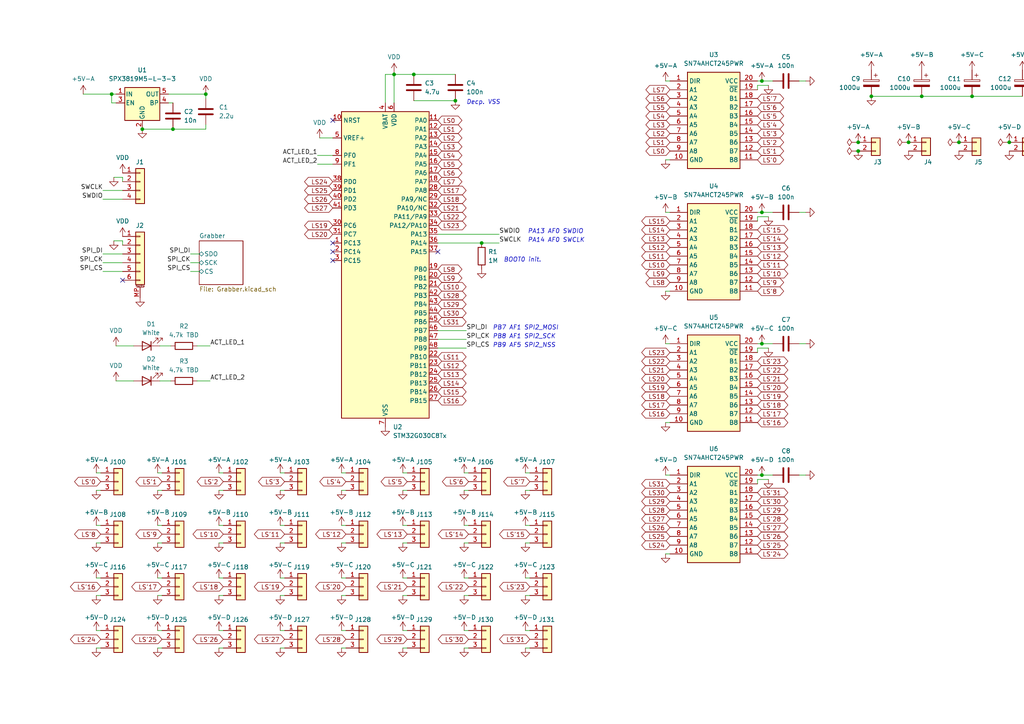
<source format=kicad_sch>
(kicad_sch (version 20230121) (generator eeschema)
  (paper "A4")
  (junction (at 220.98 99.695))
  (junction (at 120.015 21.59))
  (junction (at 248.92 43.815))
  (junction (at 278.13 41.275))
  (junction (at 281.94 27.94))
  (junction (at 132.08 29.21))
  (junction (at 248.92 41.275))
  (junction (at 220.98 61.595))
  (junction (at 32.385 27.305))
  (junction (at 267.335 27.94))
  (junction (at 220.98 23.495))
  (junction (at 114.3 21.59))
  (junction (at 263.525 41.275))
  (junction (at 252.73 27.94))
  (junction (at 292.735 41.275))
  (junction (at 220.98 137.795))
  (junction (at 139.7 70.485))
  (junction (at 59.69 27.305))
  (junction (at 50.165 37.465))
  (junction (at 41.275 37.465))
  (no_connect (at 35.56 81.28))
  (no_connect (at 96.52 75.565))
  (no_connect (at 96.52 70.485))
  (no_connect (at 127 73.025))
  (no_connect (at 96.52 34.925))
  (no_connect (at 96.52 73.025))
  (wire (pts (xy 152.4 182.88) (xy 153.67 182.88)))
  (wire (pts (xy 116.84 152.4) (xy 118.11 152.4)))
  (wire (pts (xy 135.255 100.965) (xy 127 100.965)))
  (wire (pts (xy 134.62 182.88) (xy 135.89 182.88)))
  (wire (pts (xy 193.04 23.495) (xy 194.31 23.495)))
  (wire (pts (xy 81.28 152.4) (xy 82.55 152.4)))
  (wire (pts (xy 32.385 27.305) (xy 33.655 27.305)))
  (wire (pts (xy 152.4 187.96) (xy 153.67 187.96)))
  (wire (pts (xy 63.5 137.16) (xy 64.77 137.16)))
  (wire (pts (xy 24.13 27.305) (xy 32.385 27.305)))
  (wire (pts (xy 27.94 167.64) (xy 29.21 167.64)))
  (wire (pts (xy 35.56 52.705) (xy 35.56 51.435)))
  (wire (pts (xy 252.73 27.94) (xy 267.335 27.94)))
  (wire (pts (xy 29.845 78.74) (xy 35.56 78.74)))
  (wire (pts (xy 50.165 37.465) (xy 59.69 37.465)))
  (wire (pts (xy 63.5 142.24) (xy 64.77 142.24)))
  (wire (pts (xy 45.72 157.48) (xy 46.99 157.48)))
  (wire (pts (xy 35.56 51.435) (xy 33.02 51.435)))
  (wire (pts (xy 59.69 28.575) (xy 59.69 27.305)))
  (wire (pts (xy 32.385 29.845) (xy 32.385 27.305)))
  (wire (pts (xy 92.71 40.005) (xy 96.52 40.005)))
  (wire (pts (xy 193.04 99.695) (xy 194.31 99.695)))
  (wire (pts (xy 281.94 27.94) (xy 296.545 27.94)))
  (wire (pts (xy 220.98 61.595) (xy 224.155 61.595)))
  (wire (pts (xy 99.06 187.96) (xy 100.33 187.96)))
  (wire (pts (xy 99.06 172.72) (xy 100.33 172.72)))
  (wire (pts (xy 220.98 137.795) (xy 224.155 137.795)))
  (wire (pts (xy 193.04 160.655) (xy 194.31 160.655)))
  (wire (pts (xy 219.71 102.235) (xy 219.71 100.965)))
  (wire (pts (xy 99.06 152.4) (xy 100.33 152.4)))
  (wire (pts (xy 59.69 37.465) (xy 59.69 36.195)))
  (wire (pts (xy 81.28 137.16) (xy 82.55 137.16)))
  (wire (pts (xy 219.71 137.795) (xy 220.98 137.795)))
  (wire (pts (xy 81.28 167.64) (xy 82.55 167.64)))
  (wire (pts (xy 27.94 187.96) (xy 29.21 187.96)))
  (wire (pts (xy 45.72 167.64) (xy 46.99 167.64)))
  (wire (pts (xy 233.68 99.695) (xy 231.775 99.695)))
  (wire (pts (xy 45.72 137.16) (xy 46.99 137.16)))
  (wire (pts (xy 116.84 182.88) (xy 118.11 182.88)))
  (wire (pts (xy 219.71 26.035) (xy 219.71 24.765)))
  (wire (pts (xy 81.28 172.72) (xy 82.55 172.72)))
  (wire (pts (xy 134.62 172.72) (xy 135.89 172.72)))
  (wire (pts (xy 27.94 137.16) (xy 29.21 137.16)))
  (wire (pts (xy 114.3 21.59) (xy 114.3 29.845)))
  (wire (pts (xy 27.94 182.88) (xy 29.21 182.88)))
  (wire (pts (xy 63.5 187.96) (xy 64.77 187.96)))
  (wire (pts (xy 57.15 110.49) (xy 60.96 110.49)))
  (wire (pts (xy 248.285 43.815) (xy 248.92 43.815)))
  (wire (pts (xy 219.71 139.065) (xy 222.885 139.065)))
  (wire (pts (xy 55.245 76.2) (xy 57.785 76.2)))
  (wire (pts (xy 50.165 29.845) (xy 48.895 29.845)))
  (wire (pts (xy 41.275 37.465) (xy 50.165 37.465)))
  (wire (pts (xy 99.06 137.16) (xy 100.33 137.16)))
  (wire (pts (xy 219.71 99.695) (xy 220.98 99.695)))
  (wire (pts (xy 116.84 157.48) (xy 118.11 157.48)))
  (wire (pts (xy 63.5 152.4) (xy 64.77 152.4)))
  (wire (pts (xy 27.94 172.72) (xy 29.21 172.72)))
  (wire (pts (xy 193.04 137.795) (xy 194.31 137.795)))
  (wire (pts (xy 81.28 182.88) (xy 82.55 182.88)))
  (wire (pts (xy 144.78 67.945) (xy 127 67.945)))
  (wire (pts (xy 120.015 21.59) (xy 132.08 21.59)))
  (wire (pts (xy 233.68 61.595) (xy 231.775 61.595)))
  (wire (pts (xy 81.28 187.96) (xy 82.55 187.96)))
  (wire (pts (xy 220.98 23.495) (xy 224.155 23.495)))
  (wire (pts (xy 248.285 41.275) (xy 248.92 41.275)))
  (wire (pts (xy 193.04 84.455) (xy 194.31 84.455)))
  (wire (pts (xy 99.06 182.88) (xy 100.33 182.88)))
  (wire (pts (xy 193.04 61.595) (xy 194.31 61.595)))
  (wire (pts (xy 134.62 137.16) (xy 135.89 137.16)))
  (wire (pts (xy 134.62 187.96) (xy 135.89 187.96)))
  (wire (pts (xy 45.72 172.72) (xy 46.99 172.72)))
  (wire (pts (xy 29.845 55.245) (xy 35.56 55.245)))
  (wire (pts (xy 45.72 187.96) (xy 46.99 187.96)))
  (wire (pts (xy 46.355 110.49) (xy 49.53 110.49)))
  (wire (pts (xy 116.84 167.64) (xy 118.11 167.64)))
  (wire (pts (xy 134.62 142.24) (xy 135.89 142.24)))
  (wire (pts (xy 92.075 47.625) (xy 96.52 47.625)))
  (wire (pts (xy 134.62 152.4) (xy 135.89 152.4)))
  (wire (pts (xy 63.5 167.64) (xy 64.77 167.64)))
  (wire (pts (xy 35.56 69.85) (xy 33.02 69.85)))
  (wire (pts (xy 219.71 64.135) (xy 219.71 62.865)))
  (wire (pts (xy 35.56 71.12) (xy 35.56 69.85)))
  (wire (pts (xy 219.71 140.335) (xy 219.71 139.065)))
  (wire (pts (xy 92.075 45.085) (xy 96.52 45.085)))
  (wire (pts (xy 116.84 187.96) (xy 118.11 187.96)))
  (wire (pts (xy 219.71 23.495) (xy 220.98 23.495)))
  (wire (pts (xy 152.4 137.16) (xy 153.67 137.16)))
  (wire (pts (xy 134.62 167.64) (xy 135.89 167.64)))
  (wire (pts (xy 99.06 142.24) (xy 100.33 142.24)))
  (wire (pts (xy 48.895 27.305) (xy 59.69 27.305)))
  (wire (pts (xy 33.655 100.33) (xy 38.735 100.33)))
  (wire (pts (xy 262.89 41.275) (xy 263.525 41.275)))
  (wire (pts (xy 120.015 29.21) (xy 132.08 29.21)))
  (wire (pts (xy 152.4 172.72) (xy 153.67 172.72)))
  (wire (pts (xy 45.72 152.4) (xy 46.99 152.4)))
  (wire (pts (xy 219.71 100.965) (xy 222.885 100.965)))
  (wire (pts (xy 45.72 182.88) (xy 46.99 182.88)))
  (wire (pts (xy 29.845 57.785) (xy 35.56 57.785)))
  (wire (pts (xy 46.355 100.33) (xy 49.53 100.33)))
  (wire (pts (xy 81.28 157.48) (xy 82.55 157.48)))
  (wire (pts (xy 134.62 157.48) (xy 135.89 157.48)))
  (wire (pts (xy 55.245 73.66) (xy 57.785 73.66)))
  (wire (pts (xy 111.76 29.845) (xy 111.76 21.59)))
  (wire (pts (xy 55.245 78.74) (xy 57.785 78.74)))
  (wire (pts (xy 152.4 142.24) (xy 153.67 142.24)))
  (wire (pts (xy 27.94 152.4) (xy 29.21 152.4)))
  (wire (pts (xy 99.06 167.64) (xy 100.33 167.64)))
  (wire (pts (xy 219.71 61.595) (xy 220.98 61.595)))
  (wire (pts (xy 63.5 182.88) (xy 64.77 182.88)))
  (wire (pts (xy 220.98 99.695) (xy 224.155 99.695)))
  (wire (pts (xy 116.84 142.24) (xy 118.11 142.24)))
  (wire (pts (xy 27.94 142.24) (xy 29.21 142.24)))
  (wire (pts (xy 277.495 41.275) (xy 278.13 41.275)))
  (wire (pts (xy 57.15 100.33) (xy 60.96 100.33)))
  (wire (pts (xy 193.04 122.555) (xy 194.31 122.555)))
  (wire (pts (xy 292.1 41.275) (xy 292.735 41.275)))
  (wire (pts (xy 127 70.485) (xy 139.7 70.485)))
  (wire (pts (xy 33.655 110.49) (xy 38.735 110.49)))
  (wire (pts (xy 99.06 157.48) (xy 100.33 157.48)))
  (wire (pts (xy 152.4 152.4) (xy 153.67 152.4)))
  (wire (pts (xy 139.7 70.485) (xy 144.78 70.485)))
  (wire (pts (xy 116.84 172.72) (xy 118.11 172.72)))
  (wire (pts (xy 193.04 46.355) (xy 194.31 46.355)))
  (wire (pts (xy 29.845 73.66) (xy 35.56 73.66)))
  (wire (pts (xy 111.76 21.59) (xy 114.3 21.59)))
  (wire (pts (xy 63.5 157.48) (xy 64.77 157.48)))
  (wire (pts (xy 135.255 95.885) (xy 127 95.885)))
  (wire (pts (xy 233.68 137.795) (xy 231.775 137.795)))
  (wire (pts (xy 152.4 167.64) (xy 153.67 167.64)))
  (wire (pts (xy 63.5 172.72) (xy 64.77 172.72)))
  (wire (pts (xy 114.3 20.955) (xy 114.3 21.59)))
  (wire (pts (xy 219.71 62.865) (xy 222.885 62.865)))
  (wire (pts (xy 45.72 142.24) (xy 46.99 142.24)))
  (wire (pts (xy 33.655 29.845) (xy 32.385 29.845)))
  (wire (pts (xy 81.28 142.24) (xy 82.55 142.24)))
  (wire (pts (xy 135.255 98.425) (xy 127 98.425)))
  (wire (pts (xy 29.845 76.2) (xy 35.56 76.2)))
  (wire (pts (xy 114.3 21.59) (xy 120.015 21.59)))
  (wire (pts (xy 233.68 23.495) (xy 231.775 23.495)))
  (wire (pts (xy 219.71 24.765) (xy 222.885 24.765)))
  (wire (pts (xy 27.94 157.48) (xy 29.21 157.48)))
  (wire (pts (xy 152.4 157.48) (xy 153.67 157.48)))
  (wire (pts (xy 267.335 27.94) (xy 281.94 27.94)))
  (wire (pts (xy 116.84 137.16) (xy 118.11 137.16)))
  (text "PA14 AF0 SWCLK" (at 153.035 70.485 0) (effects (font (size 1.27 1.27) italic) (justify left bottom)))
  (text "PB8 AF1 SPI2_SCK" (at 142.875 98.425 0) (effects (font (size 1.27 1.27) italic) (justify left bottom)))
  (text "PB7 AF1 SPI2_MOSI" (at 142.875 95.885 0) (effects (font (size 1.27 1.27) italic) (justify left bottom)))
  (text "BOOT0 init." (at 146.05 76.2 0) (effects (font (size 1.27 1.27) italic) (justify left bottom)))
  (text "Decp. VSS" (at 135.255 30.48 0) (effects (font (size 1.27 1.27) italic) (justify left bottom)))
  (text "PB9 AF5 SPI2_NSS" (at 142.875 100.965 0) (effects (font (size 1.27 1.27) italic) (justify left bottom)))
  (text "PA13 AF0 SWDIO" (at 153.035 67.945 0) (effects (font (size 1.27 1.27) italic) (justify left bottom)))
  (label "SPI_CK" (at 29.845 76.2 180))
  (label "SPI_CS" (at 55.245 78.74 180))
  (label "SWDIO" (at 29.845 57.785 180))
  (label "SPI_CK" (at 135.255 98.425 0))
  (label "SWDIO" (at 144.78 67.945 0))
  (label "SPI_DI" (at 29.845 73.66 180))
  (label "SWCLK" (at 29.845 55.245 180))
  (label "SPI_CS" (at 135.255 100.965 0))
  (label "SPI_CK" (at 55.245 76.2 180))
  (label "SPI_CS" (at 29.845 78.74 180))
  (label "SPI_DI" (at 55.245 73.66 180))
  (label "ACT_LED_1" (at 60.96 100.33 0))
  (label "ACT_LED_1" (at 92.075 45.085 180))
  (label "SPI_DI" (at 135.255 95.885 0))
  (label "ACT_LED_2" (at 92.075 47.625 180))
  (label "SWCLK" (at 144.78 70.485 0))
  (label "ACT_LED_2" (at 60.96 110.49 0))
  (global_label "LS'1" (shape bidirectional) (at 219.71 43.815 0) (property "Intersheetrefs" "${INTERSHEET_REFS}" (effects hide)))
  (global_label "LS2" (shape bidirectional) (at 194.31 38.735 180) (property "Intersheetrefs" "${INTERSHEET_REFS}" (effects hide)))
  (global_label "LS'26" (shape bidirectional) (at 64.77 185.42 180) (property "Intersheetrefs" "${INTERSHEET_REFS}" (effects hide)))
  (global_label "LS'18" (shape bidirectional) (at 64.77 170.18 180) (property "Intersheetrefs" "${INTERSHEET_REFS}" (effects hide)))
  (global_label "LS27" (shape bidirectional) (at 96.52 60.325 180) (property "Intersheetrefs" "${INTERSHEET_REFS}" (effects hide)))
  (global_label "LS'27" (shape bidirectional) (at 82.55 185.42 180) (property "Intersheetrefs" "${INTERSHEET_REFS}" (effects hide)))
  (global_label "LS24" (shape bidirectional) (at 96.52 52.705 180) (property "Intersheetrefs" "${INTERSHEET_REFS}" (effects hide)))
  (global_label "LS'28" (shape bidirectional) (at 219.71 150.495 0) (property "Intersheetrefs" "${INTERSHEET_REFS}" (effects hide)))
  (global_label "LS12" (shape bidirectional) (at 127 106.045 0) (property "Intersheetrefs" "${INTERSHEET_REFS}" (effects hide)))
  (global_label "LS'12" (shape bidirectional) (at 100.33 154.94 180) (property "Intersheetrefs" "${INTERSHEET_REFS}" (effects hide)))
  (global_label "LS14" (shape bidirectional) (at 194.31 66.675 180) (property "Intersheetrefs" "${INTERSHEET_REFS}" (effects hide)))
  (global_label "LS13" (shape bidirectional) (at 194.31 69.215 180) (property "Intersheetrefs" "${INTERSHEET_REFS}" (effects hide)))
  (global_label "LS29" (shape bidirectional) (at 194.31 145.415 180) (property "Intersheetrefs" "${INTERSHEET_REFS}" (effects hide)))
  (global_label "LS29" (shape bidirectional) (at 127 88.265 0) (property "Intersheetrefs" "${INTERSHEET_REFS}" (effects hide)))
  (global_label "LS'13" (shape bidirectional) (at 219.71 71.755 0) (property "Intersheetrefs" "${INTERSHEET_REFS}" (effects hide)))
  (global_label "LS0" (shape bidirectional) (at 127 34.925 0) (property "Intersheetrefs" "${INTERSHEET_REFS}" (effects hide)))
  (global_label "LS'12" (shape bidirectional) (at 219.71 74.295 0) (property "Intersheetrefs" "${INTERSHEET_REFS}" (effects hide)))
  (global_label "LS31" (shape bidirectional) (at 127 93.345 0) (property "Intersheetrefs" "${INTERSHEET_REFS}" (effects hide)))
  (global_label "LS3" (shape bidirectional) (at 194.31 36.195 180) (property "Intersheetrefs" "${INTERSHEET_REFS}" (effects hide)))
  (global_label "LS'9" (shape bidirectional) (at 219.71 81.915 0) (property "Intersheetrefs" "${INTERSHEET_REFS}" (effects hide)))
  (global_label "LS'10" (shape bidirectional) (at 64.77 154.94 180) (property "Intersheetrefs" "${INTERSHEET_REFS}" (effects hide)))
  (global_label "LS26" (shape bidirectional) (at 194.31 153.035 180) (property "Intersheetrefs" "${INTERSHEET_REFS}" (effects hide)))
  (global_label "LS'6" (shape bidirectional) (at 219.71 31.115 0) (property "Intersheetrefs" "${INTERSHEET_REFS}" (effects hide)))
  (global_label "LS'27" (shape bidirectional) (at 219.71 153.035 0) (property "Intersheetrefs" "${INTERSHEET_REFS}" (effects hide)))
  (global_label "LS27" (shape bidirectional) (at 194.31 150.495 180) (property "Intersheetrefs" "${INTERSHEET_REFS}" (effects hide)))
  (global_label "LS17" (shape bidirectional) (at 127 55.245 0) (property "Intersheetrefs" "${INTERSHEET_REFS}" (effects hide)))
  (global_label "LS'21" (shape bidirectional) (at 219.71 109.855 0) (property "Intersheetrefs" "${INTERSHEET_REFS}" (effects hide)))
  (global_label "LS28" (shape bidirectional) (at 194.31 147.955 180) (property "Intersheetrefs" "${INTERSHEET_REFS}" (effects hide)))
  (global_label "LS23" (shape bidirectional) (at 127 65.405 0) (property "Intersheetrefs" "${INTERSHEET_REFS}" (effects hide)))
  (global_label "LS'18" (shape bidirectional) (at 219.71 117.475 0) (property "Intersheetrefs" "${INTERSHEET_REFS}" (effects hide)))
  (global_label "LS'19" (shape bidirectional) (at 219.71 114.935 0) (property "Intersheetrefs" "${INTERSHEET_REFS}" (effects hide)))
  (global_label "LS1" (shape bidirectional) (at 194.31 41.275 180) (property "Intersheetrefs" "${INTERSHEET_REFS}" (effects hide)))
  (global_label "LS30" (shape bidirectional) (at 194.31 142.875 180) (property "Intersheetrefs" "${INTERSHEET_REFS}" (effects hide)))
  (global_label "LS'24" (shape bidirectional) (at 29.21 185.42 180) (property "Intersheetrefs" "${INTERSHEET_REFS}" (effects hide)))
  (global_label "LS31" (shape bidirectional) (at 194.31 140.335 180) (property "Intersheetrefs" "${INTERSHEET_REFS}" (effects hide)))
  (global_label "LS'13" (shape bidirectional) (at 118.11 154.94 180) (property "Intersheetrefs" "${INTERSHEET_REFS}" (effects hide)))
  (global_label "LS'31" (shape bidirectional) (at 153.67 185.42 180) (property "Intersheetrefs" "${INTERSHEET_REFS}" (effects hide)))
  (global_label "LS19" (shape bidirectional) (at 194.31 112.395 180) (property "Intersheetrefs" "${INTERSHEET_REFS}" (effects hide)))
  (global_label "LS'20" (shape bidirectional) (at 100.33 170.18 180) (property "Intersheetrefs" "${INTERSHEET_REFS}" (effects hide)))
  (global_label "LS'14" (shape bidirectional) (at 135.89 154.94 180) (property "Intersheetrefs" "${INTERSHEET_REFS}" (effects hide)))
  (global_label "LS'8" (shape bidirectional) (at 219.71 84.455 0) (property "Intersheetrefs" "${INTERSHEET_REFS}" (effects hide)))
  (global_label "LS4" (shape bidirectional) (at 127 45.085 0) (property "Intersheetrefs" "${INTERSHEET_REFS}" (effects hide)))
  (global_label "LS'0" (shape bidirectional) (at 219.71 46.355 0) (property "Intersheetrefs" "${INTERSHEET_REFS}" (effects hide)))
  (global_label "LS'7" (shape bidirectional) (at 153.67 139.7 180) (property "Intersheetrefs" "${INTERSHEET_REFS}" (effects hide)))
  (global_label "LS'5" (shape bidirectional) (at 219.71 33.655 0) (property "Intersheetrefs" "${INTERSHEET_REFS}" (effects hide)))
  (global_label "LS12" (shape bidirectional) (at 194.31 71.755 180) (property "Intersheetrefs" "${INTERSHEET_REFS}" (effects hide)))
  (global_label "LS'26" (shape bidirectional) (at 219.71 155.575 0) (property "Intersheetrefs" "${INTERSHEET_REFS}" (effects hide)))
  (global_label "LS'29" (shape bidirectional) (at 118.11 185.42 180) (property "Intersheetrefs" "${INTERSHEET_REFS}" (effects hide)))
  (global_label "LS7" (shape bidirectional) (at 127 52.705 0) (property "Intersheetrefs" "${INTERSHEET_REFS}" (effects hide)))
  (global_label "LS8" (shape bidirectional) (at 127 78.105 0) (property "Intersheetrefs" "${INTERSHEET_REFS}" (effects hide)))
  (global_label "LS'25" (shape bidirectional) (at 46.99 185.42 180) (property "Intersheetrefs" "${INTERSHEET_REFS}" (effects hide)))
  (global_label "LS'31" (shape bidirectional) (at 219.71 142.875 0) (property "Intersheetrefs" "${INTERSHEET_REFS}" (effects hide)))
  (global_label "LS6" (shape bidirectional) (at 127 50.165 0) (property "Intersheetrefs" "${INTERSHEET_REFS}" (effects hide)))
  (global_label "LS28" (shape bidirectional) (at 127 85.725 0) (property "Intersheetrefs" "${INTERSHEET_REFS}" (effects hide)))
  (global_label "LS'20" (shape bidirectional) (at 219.71 112.395 0) (property "Intersheetrefs" "${INTERSHEET_REFS}" (effects hide)))
  (global_label "LS13" (shape bidirectional) (at 127 108.585 0) (property "Intersheetrefs" "${INTERSHEET_REFS}" (effects hide)))
  (global_label "LS'2" (shape bidirectional) (at 64.77 139.7 180) (property "Intersheetrefs" "${INTERSHEET_REFS}" (effects hide)))
  (global_label "LS10" (shape bidirectional) (at 194.31 76.835 180) (property "Intersheetrefs" "${INTERSHEET_REFS}" (effects hide)))
  (global_label "LS'15" (shape bidirectional) (at 219.71 66.675 0) (property "Intersheetrefs" "${INTERSHEET_REFS}" (effects hide)))
  (global_label "LS0" (shape bidirectional) (at 194.31 43.815 180) (property "Intersheetrefs" "${INTERSHEET_REFS}" (effects hide)))
  (global_label "LS18" (shape bidirectional) (at 194.31 114.935 180) (property "Intersheetrefs" "${INTERSHEET_REFS}" (effects hide)))
  (global_label "LS'1" (shape bidirectional) (at 46.99 139.7 180) (property "Intersheetrefs" "${INTERSHEET_REFS}" (effects hide)))
  (global_label "LS26" (shape bidirectional) (at 96.52 57.785 180) (property "Intersheetrefs" "${INTERSHEET_REFS}" (effects hide)))
  (global_label "LS2" (shape bidirectional) (at 127 40.005 0) (property "Intersheetrefs" "${INTERSHEET_REFS}" (effects hide)))
  (global_label "LS'4" (shape bidirectional) (at 100.33 139.7 180) (property "Intersheetrefs" "${INTERSHEET_REFS}" (effects hide)))
  (global_label "LS9" (shape bidirectional) (at 127 80.645 0) (property "Intersheetrefs" "${INTERSHEET_REFS}" (effects hide)))
  (global_label "LS14" (shape bidirectional) (at 127 111.125 0) (property "Intersheetrefs" "${INTERSHEET_REFS}" (effects hide)))
  (global_label "LS'11" (shape bidirectional) (at 82.55 154.94 180) (property "Intersheetrefs" "${INTERSHEET_REFS}" (effects hide)))
  (global_label "LS'16" (shape bidirectional) (at 29.21 170.18 180) (property "Intersheetrefs" "${INTERSHEET_REFS}" (effects hide)))
  (global_label "LS'16" (shape bidirectional) (at 219.71 122.555 0) (property "Intersheetrefs" "${INTERSHEET_REFS}" (effects hide)))
  (global_label "LS18" (shape bidirectional) (at 127 57.785 0) (property "Intersheetrefs" "${INTERSHEET_REFS}" (effects hide)))
  (global_label "LS17" (shape bidirectional) (at 194.31 117.475 180) (property "Intersheetrefs" "${INTERSHEET_REFS}" (effects hide)))
  (global_label "LS4" (shape bidirectional) (at 194.31 33.655 180) (property "Intersheetrefs" "${INTERSHEET_REFS}" (effects hide)))
  (global_label "LS'17" (shape bidirectional) (at 219.71 120.015 0) (property "Intersheetrefs" "${INTERSHEET_REFS}" (effects hide)))
  (global_label "LS'24" (shape bidirectional) (at 219.71 160.655 0) (property "Intersheetrefs" "${INTERSHEET_REFS}" (effects hide)))
  (global_label "LS15" (shape bidirectional) (at 127 113.665 0) (property "Intersheetrefs" "${INTERSHEET_REFS}" (effects hide)))
  (global_label "LS9" (shape bidirectional) (at 194.31 79.375 180) (property "Intersheetrefs" "${INTERSHEET_REFS}" (effects hide)))
  (global_label "LS'28" (shape bidirectional) (at 100.33 185.42 180) (property "Intersheetrefs" "${INTERSHEET_REFS}" (effects hide)))
  (global_label "LS'29" (shape bidirectional) (at 219.71 147.955 0) (property "Intersheetrefs" "${INTERSHEET_REFS}" (effects hide)))
  (global_label "LS6" (shape bidirectional) (at 194.31 28.575 180) (property "Intersheetrefs" "${INTERSHEET_REFS}" (effects hide)))
  (global_label "LS'23" (shape bidirectional) (at 153.67 170.18 180) (property "Intersheetrefs" "${INTERSHEET_REFS}" (effects hide)))
  (global_label "LS'30" (shape bidirectional) (at 135.89 185.42 180) (property "Intersheetrefs" "${INTERSHEET_REFS}" (effects hide)))
  (global_label "LS19" (shape bidirectional) (at 96.52 65.405 180) (property "Intersheetrefs" "${INTERSHEET_REFS}" (effects hide)))
  (global_label "LS25" (shape bidirectional) (at 96.52 55.245 180) (property "Intersheetrefs" "${INTERSHEET_REFS}" (effects hide)))
  (global_label "LS'9" (shape bidirectional) (at 46.99 154.94 180) (property "Intersheetrefs" "${INTERSHEET_REFS}" (effects hide)))
  (global_label "LS22" (shape bidirectional) (at 127 62.865 0) (property "Intersheetrefs" "${INTERSHEET_REFS}" (effects hide)))
  (global_label "LS24" (shape bidirectional) (at 194.31 158.115 180) (property "Intersheetrefs" "${INTERSHEET_REFS}" (effects hide)))
  (global_label "LS20" (shape bidirectional) (at 96.52 67.945 180) (property "Intersheetrefs" "${INTERSHEET_REFS}" (effects hide)))
  (global_label "LS'3" (shape bidirectional) (at 82.55 139.7 180) (property "Intersheetrefs" "${INTERSHEET_REFS}" (effects hide)))
  (global_label "LS16" (shape bidirectional) (at 194.31 120.015 180) (property "Intersheetrefs" "${INTERSHEET_REFS}" (effects hide)))
  (global_label "LS'7" (shape bidirectional) (at 219.71 28.575 0) (property "Intersheetrefs" "${INTERSHEET_REFS}" (effects hide)))
  (global_label "LS'25" (shape bidirectional) (at 219.71 158.115 0) (property "Intersheetrefs" "${INTERSHEET_REFS}" (effects hide)))
  (global_label "LS3" (shape bidirectional) (at 127 42.545 0) (property "Intersheetrefs" "${INTERSHEET_REFS}" (effects hide)))
  (global_label "LS11" (shape bidirectional) (at 127 103.505 0) (property "Intersheetrefs" "${INTERSHEET_REFS}" (effects hide)))
  (global_label "LS23" (shape bidirectional) (at 194.31 102.235 180) (property "Intersheetrefs" "${INTERSHEET_REFS}" (effects hide)))
  (global_label "LS'30" (shape bidirectional) (at 219.71 145.415 0) (property "Intersheetrefs" "${INTERSHEET_REFS}" (effects hide)))
  (global_label "LS'14" (shape bidirectional) (at 219.71 69.215 0) (property "Intersheetrefs" "${INTERSHEET_REFS}" (effects hide)))
  (global_label "LS'22" (shape bidirectional) (at 219.71 107.315 0) (property "Intersheetrefs" "${INTERSHEET_REFS}" (effects hide)))
  (global_label "LS'11" (shape bidirectional) (at 219.71 76.835 0) (property "Intersheetrefs" "${INTERSHEET_REFS}" (effects hide)))
  (global_label "LS'17" (shape bidirectional) (at 46.99 170.18 180) (property "Intersheetrefs" "${INTERSHEET_REFS}" (effects hide)))
  (global_label "LS10" (shape bidirectional) (at 127 83.185 0) (property "Intersheetrefs" "${INTERSHEET_REFS}" (effects hide)))
  (global_label "LS'4" (shape bidirectional) (at 219.71 36.195 0) (property "Intersheetrefs" "${INTERSHEET_REFS}" (effects hide)))
  (global_label "LS'8" (shape bidirectional) (at 29.21 154.94 180) (property "Intersheetrefs" "${INTERSHEET_REFS}" (effects hide)))
  (global_label "LS30" (shape bidirectional) (at 127 90.805 0) (property "Intersheetrefs" "${INTERSHEET_REFS}" (effects hide)))
  (global_label "LS'3" (shape bidirectional) (at 219.71 38.735 0) (property "Intersheetrefs" "${INTERSHEET_REFS}" (effects hide)))
  (global_label "LS8" (shape bidirectional) (at 194.31 81.915 180) (property "Intersheetrefs" "${INTERSHEET_REFS}" (effects hide)))
  (global_label "LS22" (shape bidirectional) (at 194.31 104.775 180) (property "Intersheetrefs" "${INTERSHEET_REFS}" (effects hide)))
  (global_label "LS21" (shape bidirectional) (at 127 60.325 0) (property "Intersheetrefs" "${INTERSHEET_REFS}" (effects hide)))
  (global_label "LS'5" (shape bidirectional) (at 118.11 139.7 180) (property "Intersheetrefs" "${INTERSHEET_REFS}" (effects hide)))
  (global_label "LS5" (shape bidirectional) (at 194.31 31.115 180) (property "Intersheetrefs" "${INTERSHEET_REFS}" (effects hide)))
  (global_label "LS11" (shape bidirectional) (at 194.31 74.295 180) (property "Intersheetrefs" "${INTERSHEET_REFS}" (effects hide)))
  (global_label "LS7" (shape bidirectional) (at 194.31 26.035 180) (property "Intersheetrefs" "${INTERSHEET_REFS}" (effects hide)))
  (global_label "LS'19" (shape bidirectional) (at 82.55 170.18 180) (property "Intersheetrefs" "${INTERSHEET_REFS}" (effects hide)))
  (global_label "LS'22" (shape bidirectional) (at 135.89 170.18 180) (property "Intersheetrefs" "${INTERSHEET_REFS}" (effects hide)))
  (global_label "LS'23" (shape bidirectional) (at 219.71 104.775 0) (property "Intersheetrefs" "${INTERSHEET_REFS}" (effects hide)))
  (global_label "LS'21" (shape bidirectional) (at 118.11 170.18 180) (property "Intersheetrefs" "${INTERSHEET_REFS}" (effects hide)))
  (global_label "LS'0" (shape bidirectional) (at 29.21 139.7 180) (property "Intersheetrefs" "${INTERSHEET_REFS}" (effects hide)))
  (global_label "LS20" (shape bidirectional) (at 194.31 109.855 180) (property "Intersheetrefs" "${INTERSHEET_REFS}" (effects hide)))
  (global_label "LS'10" (shape bidirectional) (at 219.71 79.375 0) (property "Intersheetrefs" "${INTERSHEET_REFS}" (effects hide)))
  (global_label "LS25" (shape bidirectional) (at 194.31 155.575 180) (property "Intersheetrefs" "${INTERSHEET_REFS}" (effects hide)))
  (global_label "LS'15" (shape bidirectional) (at 153.67 154.94 180) (property "Intersheetrefs" "${INTERSHEET_REFS}" (effects hide)))
  (global_label "LS5" (shape bidirectional) (at 127 47.625 0) (property "Intersheetrefs" "${INTERSHEET_REFS}" (effects hide)))
  (global_label "LS15" (shape bidirectional) (at 194.31 64.135 180) (property "Intersheetrefs" "${INTERSHEET_REFS}" (effects hide)))
  (global_label "LS1" (shape bidirectional) (at 127 37.465 0) (property "Intersheetrefs" "${INTERSHEET_REFS}" (effects hide)))
  (global_label "LS21" (shape bidirectional) (at 194.31 107.315 180) (property "Intersheetrefs" "${INTERSHEET_REFS}" (effects hide)))
  (global_label "LS16" (shape bidirectional) (at 127 116.205 0) (property "Intersheetrefs" "${INTERSHEET_REFS}" (effects hide)))
  (global_label "LS'6" (shape bidirectional) (at 135.89 139.7 180) (property "Intersheetrefs" "${INTERSHEET_REFS}" (effects hide)))
  (global_label "LS'2" (shape bidirectional) (at 219.71 41.275 0) (property "Intersheetrefs" "${INTERSHEET_REFS}" (effects hide)))
  (symbol (lib_id "power:GND") (at 263.525 43.815 0) (unit 1)
    (property "Reference" "#PWR0126" (effects hide))
    (property "Value" "GND" (effects hide))
  )
  (symbol (lib_id "Regulator_Linear:SPX3819M5-L-3-3") (at 41.275 29.845 0) (unit 1)
    (property "Reference" "U1" (at 41.275 20.32 0))
    (property "Value" "SPX3819M5-L-3-3" (at 41.275 22.86 0))
    (property "Footprint" "Package_TO_SOT_SMD:SOT-23-5" (effects hide))
    (property "Datasheet" "https://www.exar.com/content/document.ashx?id=22106&languageid=1033&type=Datasheet&partnumber=SPX3819&filename=SPX3819.pdf&part=SPX3819" (effects hide))
  )
  (symbol (lib_id "power:PWR_FLAG") (at 248.285 41.275 90) (unit 1)
    (property "Reference" "#FLG01" (effects hide))
    (property "Value" "PWR_FLAG" (effects hide))
  )
  (symbol (lib_id "power:GND") (at 134.62 142.24 0) (unit 1)
    (property "Reference" "#PWR073" (effects hide))
    (property "Value" "GND" (effects hide))
  )
  (symbol (lib_id "Connector_Generic:Conn_01x03") (at 87.63 185.42 0) (unit 1)
    (property "Reference" "J127" (at 85.09 179.705 0) (effects (justify left)))
    (property "Value" "Conn_01x03" (effects hide))
    (property "Footprint" "Distributor_footprints:PinHeader_1x03_P2.54mm_Vertical" (effects hide))
  )
  (symbol (lib_id "Connector_Generic:Conn_01x03") (at 123.19 139.7 0) (unit 1)
    (property "Reference" "J105" (at 120.65 133.985 0) (effects (justify left)))
    (property "Value" "Conn_01x03" (effects hide))
    (property "Footprint" "Distributor_footprints:PinHeader_1x03_P2.54mm_Vertical" (effects hide))
  )
  (symbol (lib_id "power:GND") (at 27.94 187.96 0) (unit 1)
    (property "Reference" "#PWR091" (effects hide))
    (property "Value" "GND" (effects hide))
  )
  (symbol (lib_id "Distributor_symbols:+5V-C") (at 134.62 167.64 0) (unit 1)
    (property "Reference" "#PWR0100" (effects hide))
    (property "Value" "+5V-C" (at 134.62 163.83 0))
  )
  (symbol (lib_id "power:GND") (at 81.28 187.96 0) (unit 1)
    (property "Reference" "#PWR0103" (effects hide))
    (property "Value" "GND" (effects hide))
  )
  (symbol (lib_id "power:PWR_FLAG") (at 277.495 41.275 90) (unit 1)
    (property "Reference" "#FLG05" (effects hide))
    (property "Value" "PWR_FLAG" (effects hide))
  )
  (symbol (lib_id "Distributor_symbols:+5V-A") (at 193.04 23.495 0) (unit 1)
    (property "Reference" "#PWR015" (effects hide))
    (property "Value" "+5V-A" (at 193.04 19.05 0))
  )
  (symbol (lib_id "power:GND") (at 139.7 78.105 0) (unit 1)
    (property "Reference" "#PWR013" (effects hide))
    (property "Value" "GND" (effects hide))
  )
  (symbol (lib_id "Device:R") (at 53.34 110.49 90) (unit 1)
    (property "Reference" "R3" (at 53.34 104.775 90))
    (property "Value" "4.7k TBD" (at 53.34 107.315 90))
    (property "Footprint" "Resistor_SMD:R_0603_1608Metric" (effects hide))
  )
  (symbol (lib_id "power:GND") (at 193.04 46.355 0) (unit 1)
    (property "Reference" "#PWR019" (effects hide))
    (property "Value" "GND" (effects hide))
  )
  (symbol (lib_id "Device:C_Polarized") (at 252.73 24.13 0) (mirror y) (unit 1)
    (property "Reference" "C9" (at 249.555 22.86 0) (effects (justify left)))
    (property "Value" "1000u" (at 249.555 25.4 0) (effects (justify left)))
    (property "Footprint" "Capacitor_SMD:CP_Elec_8x10.5" (effects hide))
  )
  (symbol (lib_id "power:GND") (at 45.72 157.48 0) (unit 1)
    (property "Reference" "#PWR063" (effects hide))
    (property "Value" "GND" (effects hide))
  )
  (symbol (lib_id "power:GND") (at 45.72 142.24 0) (unit 1)
    (property "Reference" "#PWR059" (effects hide))
    (property "Value" "GND" (effects hide))
  )
  (symbol (lib_id "power:GND") (at 111.76 123.825 0) (unit 1)
    (property "Reference" "#PWR08" (effects hide))
    (property "Value" "GND" (effects hide))
  )
  (symbol (lib_id "Connector_Generic:Conn_01x02") (at 283.21 41.275 0) (unit 1)
    (property "Reference" "J5" (at 282.575 46.99 0) (effects (justify left)))
    (property "Value" "Conn_01x02" (effects hide))
    (property "Footprint" "Connector_PinHeader_2.54mm:PinHeader_1x02_P2.54mm_Vertical" (effects hide))
  )
  (symbol (lib_id "Distributor_symbols:+5V-C") (at 45.72 167.64 0) (unit 1)
    (property "Reference" "#PWR090" (effects hide))
    (property "Value" "+5V-C" (at 45.72 163.83 0))
  )
  (symbol (lib_id "Distributor_symbols:+5V-B") (at 63.5 152.4 0) (unit 1)
    (property "Reference" "#PWR076" (effects hide))
    (property "Value" "+5V-B" (at 63.5 148.59 0))
  )
  (symbol (lib_id "power:GND") (at 233.68 99.695 90) (unit 1)
    (property "Reference" "#PWR029" (effects hide))
    (property "Value" "GND" (effects hide))
  )
  (symbol (lib_id "power:GND") (at 27.94 172.72 0) (unit 1)
    (property "Reference" "#PWR089" (effects hide))
    (property "Value" "GND" (effects hide))
  )
  (symbol (lib_id "power:VDD") (at 35.56 68.58 0) (unit 1)
    (property "Reference" "#PWR011" (effects hide))
    (property "Value" "VDD" (at 35.56 64.135 0))
  )
  (symbol (lib_id "power:GND") (at 81.28 157.48 0) (unit 1)
    (property "Reference" "#PWR079" (effects hide))
    (property "Value" "GND" (effects hide))
  )
  (symbol (lib_id "power:VDD") (at 33.655 100.33 0) (unit 1)
    (property "Reference" "#PWR012" (effects hide))
    (property "Value" "VDD" (at 33.655 95.885 0))
  )
  (symbol (lib_id "Distributor_symbols:+5V-B") (at 45.72 152.4 0) (unit 1)
    (property "Reference" "#PWR074" (effects hide))
    (property "Value" "+5V-B" (at 45.72 148.59 0))
  )
  (symbol (lib_id "Distributor_symbols:+5V-B") (at 152.4 152.4 0) (unit 1)
    (property "Reference" "#PWR086" (effects hide))
    (property "Value" "+5V-B" (at 152.4 148.59 0))
  )
  (symbol (lib_id "Distributor_symbols:+5V-B") (at 116.84 152.4 0) (unit 1)
    (property "Reference" "#PWR082" (effects hide))
    (property "Value" "+5V-B" (at 116.84 148.59 0))
  )
  (symbol (lib_id "Distributor_symbols:+5V-D") (at 134.62 182.88 0) (unit 1)
    (property "Reference" "#PWR0116" (effects hide))
    (property "Value" "+5V-D" (at 134.62 179.07 0))
  )
  (symbol (lib_id "power:GND") (at 248.92 43.815 0) (unit 1)
    (property "Reference" "#PWR0124" (effects hide))
    (property "Value" "GND" (effects hide))
  )
  (symbol (lib_id "power:GND") (at 99.06 157.48 0) (unit 1)
    (property "Reference" "#PWR081" (effects hide))
    (property "Value" "GND" (effects hide))
  )
  (symbol (lib_id "power:GND") (at 193.04 122.555 0) (unit 1)
    (property "Reference" "#PWR026" (effects hide))
    (property "Value" "GND" (effects hide))
  )
  (symbol (lib_id "Distributor_symbols:+5V-D") (at 116.84 182.88 0) (unit 1)
    (property "Reference" "#PWR0114" (effects hide))
    (property "Value" "+5V-D" (at 116.84 179.07 0))
  )
  (symbol (lib_id "Connector_Generic:Conn_01x03") (at 87.63 170.18 0) (unit 1)
    (property "Reference" "J119" (at 85.09 164.465 0) (effects (justify left)))
    (property "Value" "Conn_01x03" (effects hide))
    (property "Footprint" "Distributor_footprints:PinHeader_1x03_P2.54mm_Vertical" (effects hide))
  )
  (symbol (lib_id "power:VDD") (at 35.56 50.165 0) (unit 1)
    (property "Reference" "#PWR05" (effects hide))
    (property "Value" "VDD" (at 35.56 45.72 0))
  )
  (symbol (lib_id "Distributor_symbols:+5V-C") (at 116.84 167.64 0) (unit 1)
    (property "Reference" "#PWR098" (effects hide))
    (property "Value" "+5V-C" (at 116.84 163.83 0))
  )
  (symbol (lib_id "power:GND") (at 233.68 137.795 90) (unit 1)
    (property "Reference" "#PWR034" (effects hide))
    (property "Value" "GND" (effects hide))
  )
  (symbol (lib_id "power:PWR_FLAG") (at 292.1 41.275 90) (unit 1)
    (property "Reference" "#FLG07" (effects hide))
    (property "Value" "PWR_FLAG" (effects hide))
  )
  (symbol (lib_id "Connector_Generic:Conn_01x03") (at 123.19 154.94 0) (unit 1)
    (property "Reference" "J113" (at 120.65 149.225 0) (effects (justify left)))
    (property "Value" "Conn_01x03" (effects hide))
    (property "Footprint" "Distributor_footprints:PinHeader_1x03_P2.54mm_Vertical" (effects hide))
  )
  (symbol (lib_id "Connector_Generic:Conn_01x03") (at 69.85 139.7 0) (unit 1)
    (property "Reference" "J102" (at 67.31 133.985 0) (effects (justify left)))
    (property "Value" "Conn_01x03" (effects hide))
    (property "Footprint" "Distributor_footprints:PinHeader_1x03_P2.54mm_Vertical" (effects hide))
  )
  (symbol (lib_id "power:GND") (at 45.72 172.72 0) (unit 1)
    (property "Reference" "#PWR093" (effects hide))
    (property "Value" "GND" (effects hide))
  )
  (symbol (lib_id "Connector_Generic:Conn_01x02") (at 254 41.275 0) (unit 1)
    (property "Reference" "J3" (at 253.365 46.99 0) (effects (justify left)))
    (property "Value" "Conn_01x02" (effects hide))
    (property "Footprint" "Connector_PinHeader_2.54mm:PinHeader_1x02_P2.54mm_Vertical" (effects hide))
  )
  (symbol (lib_id "Distributor_symbols:+5V-D") (at 63.5 182.88 0) (unit 1)
    (property "Reference" "#PWR0108" (effects hide))
    (property "Value" "+5V-D" (at 63.5 179.07 0))
  )
  (symbol (lib_id "Distributor_symbols:+5V-C") (at 63.5 167.64 0) (unit 1)
    (property "Reference" "#PWR092" (effects hide))
    (property "Value" "+5V-C" (at 63.5 163.83 0))
  )
  (symbol (lib_id "Connector_Generic:Conn_01x03") (at 105.41 185.42 0) (unit 1)
    (property "Reference" "J128" (at 102.87 179.705 0) (effects (justify left)))
    (property "Value" "Conn_01x03" (effects hide))
    (property "Footprint" "Distributor_footprints:PinHeader_1x03_P2.54mm_Vertical" (effects hide))
  )
  (symbol (lib_id "power:GND") (at 278.13 43.815 0) (unit 1)
    (property "Reference" "#PWR0128" (effects hide))
    (property "Value" "GND" (effects hide))
  )
  (symbol (lib_id "Distributor_symbols:+5V-B") (at 134.62 152.4 0) (unit 1)
    (property "Reference" "#PWR084" (effects hide))
    (property "Value" "+5V-B" (at 134.62 148.59 0))
  )
  (symbol (lib_id "power:GND") (at 222.885 139.065 0) (unit 1)
    (property "Reference" "#PWR033" (effects hide))
    (property "Value" "GND" (effects hide))
  )
  (symbol (lib_id "Distributor_symbols:+5V-D") (at 99.06 182.88 0) (unit 1)
    (property "Reference" "#PWR0112" (effects hide))
    (property "Value" "+5V-D" (at 99.06 179.07 0))
  )
  (symbol (lib_id "Device:C") (at 132.08 25.4 0) (unit 1)
    (property "Reference" "C4" (at 135.255 24.13 0) (effects (justify left)))
    (property "Value" "100n" (at 135.255 26.67 0) (effects (justify left)))
    (property "Footprint" "Capacitor_SMD:C_0603_1608Metric" (effects hide))
  )
  (symbol (lib_id "Distributor_symbols:+5V-C") (at 27.94 167.64 0) (unit 1)
    (property "Reference" "#PWR088" (effects hide))
    (property "Value" "+5V-C" (at 27.94 163.83 0))
  )
  (symbol (lib_id "Connector_Generic:Conn_01x03") (at 69.85 170.18 0) (unit 1)
    (property "Reference" "J118" (at 67.31 164.465 0) (effects (justify left)))
    (property "Value" "Conn_01x03" (effects hide))
    (property "Footprint" "Distributor_footprints:PinHeader_1x03_P2.54mm_Vertical" (effects hide))
  )
  (symbol (lib_id "Distributor_symbols:+5V-B") (at 220.98 61.595 0) (unit 1)
    (property "Reference" "#PWR022" (effects hide))
    (property "Value" "+5V-B" (at 220.98 57.15 0))
  )
  (symbol (lib_id "Distributor_symbols:+5V-D") (at 27.94 182.88 0) (unit 1)
    (property "Reference" "#PWR0104" (effects hide))
    (property "Value" "+5V-D" (at 27.94 179.07 0))
  )
  (symbol (lib_id "Distributor_symbols:+5V-C") (at 281.94 20.32 0) (unit 1)
    (property "Reference" "#PWR0121" (effects hide))
    (property "Value" "+5V-C" (at 281.94 15.875 0))
  )
  (symbol (lib_id "Distributor_symbols:+5V-D") (at 220.98 137.795 0) (unit 1)
    (property "Reference" "#PWR032" (effects hide))
    (property "Value" "+5V-D" (at 220.98 133.35 0))
  )
  (symbol (lib_id "power:GND") (at 292.735 43.815 0) (unit 1)
    (property "Reference" "#PWR0130" (effects hide))
    (property "Value" "GND" (effects hide))
  )
  (symbol (lib_id "Distributor_symbols:+5V-B") (at 193.04 61.595 0) (unit 1)
    (property "Reference" "#PWR020" (effects hide))
    (property "Value" "+5V-B" (at 193.04 57.15 0))
  )
  (symbol (lib_id "Device:C_Polarized") (at 281.94 24.13 0) (mirror y) (unit 1)
    (property "Reference" "C11" (at 278.765 22.86 0) (effects (justify left)))
    (property "Value" "1000u" (at 278.765 25.4 0) (effects (justify left)))
    (property "Footprint" "Capacitor_SMD:CP_Elec_8x10.5" (effects hide))
  )
  (symbol (lib_id "Connector_Generic_MountingPin:Conn_01x06_MountingPin") (at 40.64 73.66 0) (unit 1)
    (property "Reference" "J2" (at 39.37 65.405 0) (effects (justify left)))
    (property "Value" "Conn_01x06_MountingPin" (effects hide))
    (property "Footprint" "Connector_FFC-FPC:Jushuo_AFC07-S06FCA-00_1x6-1MP_P0.50_Horizontal" (effects hide))
  )
  (symbol (lib_id "Distributor_symbols:+5V-D") (at 193.04 137.795 0) (unit 1)
    (property "Reference" "#PWR030" (effects hide))
    (property "Value" "+5V-D" (at 193.04 133.35 0))
  )
  (symbol (lib_id "power:GND") (at 63.5 187.96 0) (unit 1)
    (property "Reference" "#PWR099" (effects hide))
    (property "Value" "GND" (effects hide))
  )
  (symbol (lib_id "SN74AHCT245PWR:SN74AHCT245PWR") (at 194.31 23.495 0) (unit 1)
    (property "Reference" "U3" (at 207.01 15.875 0))
    (property "Value" "SN74AHCT245PWR" (at 207.01 18.415 0))
    (property "Footprint" "SN74AHCT245PWR:SOP65P640X120-20N" (effects hide))
    (property "Datasheet" "http://www.ti.com/lit/gpn/sn74ahct245" (effects hide))
    (property "Height" "1.2" (effects hide))
    (property "Manufacturer_Name" "Texas Instruments" (effects hide))
    (property "Manufacturer_Part_Number" "SN74AHCT245PWR" (effects hide))
    (property "Mouser Part Number" "595-SN74AHCT245PWR" (effects hide))
    (property "Mouser Price/Stock" "https://www.mouser.co.uk/ProductDetail/Texas-Instruments/SN74AHCT245PWR?qs=vxEfx8VrU7DerZZBYgV7Yw%3D%3D" (effects hide))
    (property "Arrow Part Number" "SN74AHCT245PWR" (effects hide))
    (property "Arrow Price/Stock" "https://www.arrow.com/en/products/sn74ahct245pwr/texas-instruments?region=nac" (effects hide))
  )
  (symbol (lib_id "Distributor_symbols:+5V-B") (at 81.28 152.4 0) (unit 1)
    (property "Reference" "#PWR078" (effects hide))
    (property "Value" "+5V-B" (at 81.28 148.59 0))
  )
  (symbol (lib_id "Distributor_symbols:+5V-A") (at 248.92 41.275 0) (unit 1)
    (property "Reference" "#PWR0123" (effects hide))
    (property "Value" "+5V-A" (at 248.92 36.83 0))
  )
  (symbol (lib_id "Connector_Generic:Conn_01x03") (at 158.75 170.18 0) (unit 1)
    (property "Reference" "J123" (at 156.21 164.465 0) (effects (justify left)))
    (property "Value" "Conn_01x03" (effects hide))
    (property "Footprint" "Distributor_footprints:PinHeader_1x03_P2.54mm_Vertical" (effects hide))
  )
  (symbol (lib_id "power:VDD") (at 33.655 110.49 0) (unit 1)
    (property "Reference" "#PWR014" (effects hide))
    (property "Value" "VDD" (at 33.655 106.045 0))
  )
  (symbol (lib_id "Distributor_symbols:+5V-A") (at 63.5 137.16 0) (unit 1)
    (property "Reference" "#PWR060" (effects hide))
    (property "Value" "+5V-A" (at 63.5 133.35 0))
  )
  (symbol (lib_id "power:GND") (at 27.94 142.24 0) (unit 1)
    (property "Reference" "#PWR036" (effects hide))
    (property "Value" "GND" (effects hide))
  )
  (symbol (lib_id "Distributor_symbols:+5V-A") (at 81.28 137.16 0) (unit 1)
    (property "Reference" "#PWR062" (effects hide))
    (property "Value" "+5V-A" (at 81.28 133.35 0))
  )
  (symbol (lib_id "power:GND") (at 193.04 160.655 0) (unit 1)
    (property "Reference" "#PWR031" (effects hide))
    (property "Value" "GND" (effects hide))
  )
  (symbol (lib_id "Connector_Generic:Conn_01x03") (at 52.07 185.42 0) (unit 1)
    (property "Reference" "J125" (at 49.53 179.705 0) (effects (justify left)))
    (property "Value" "Conn_01x03" (effects hide))
    (property "Footprint" "Distributor_footprints:PinHeader_1x03_P2.54mm_Vertical" (effects hide))
  )
  (symbol (lib_id "Distributor_symbols:+5V-A") (at 220.98 23.495 0) (unit 1)
    (property "Reference" "#PWR018" (effects hide))
    (property "Value" "+5V-A" (at 220.98 19.05 0))
  )
  (symbol (lib_id "power:GND") (at 116.84 142.24 0) (unit 1)
    (property "Reference" "#PWR071" (effects hide))
    (property "Value" "GND" (effects hide))
  )
  (symbol (lib_id "power:GND") (at 132.08 29.21 0) (unit 1)
    (property "Reference" "#PWR07" (effects hide))
    (property "Value" "GND" (effects hide))
  )
  (symbol (lib_id "Device:R") (at 139.7 74.295 0) (unit 1)
    (property "Reference" "R1" (at 141.605 73.025 0) (effects (justify left)))
    (property "Value" "1M" (at 141.605 75.565 0) (effects (justify left)))
    (property "Footprint" "Resistor_SMD:R_0603_1608Metric" (effects hide))
  )
  (symbol (lib_id "power:GND") (at 99.06 187.96 0) (unit 1)
    (property "Reference" "#PWR0107" (effects hide))
    (property "Value" "GND" (effects hide))
  )
  (symbol (lib_id "Distributor_symbols:+5V-C") (at 278.13 41.275 0) (unit 1)
    (property "Reference" "#PWR0127" (effects hide))
    (property "Value" "+5V-C" (at 278.13 36.83 0))
  )
  (symbol (lib_id "power:GND") (at 252.73 27.94 0) (unit 1)
    (property "Reference" "#PWR038" (effects hide))
    (property "Value" "GND" (effects hide))
  )
  (symbol (lib_id "Device:C") (at 50.165 33.655 0) (unit 1)
    (property "Reference" "C2" (at 53.34 32.385 0) (effects (justify left)))
    (property "Value" "10n" (at 53.34 34.925 0) (effects (justify left)))
    (property "Footprint" "Capacitor_SMD:C_0603_1608Metric" (effects hide))
  )
  (symbol (lib_id "Distributor_symbols:+5V-A") (at 27.94 137.16 0) (unit 1)
    (property "Reference" "#PWR035" (effects hide))
    (property "Value" "+5V-A" (at 27.94 133.35 0))
  )
  (symbol (lib_id "Distributor_symbols:+5V-C") (at 152.4 167.64 0) (unit 1)
    (property "Reference" "#PWR0102" (effects hide))
    (property "Value" "+5V-C" (at 152.4 163.83 0))
  )
  (symbol (lib_id "Device:C") (at 227.965 23.495 90) (unit 1)
    (property "Reference" "C5" (at 227.965 16.51 90))
    (property "Value" "100n" (at 227.965 19.05 90))
    (property "Footprint" "Capacitor_SMD:C_0603_1608Metric" (effects hide))
  )
  (symbol (lib_id "SN74AHCT245PWR:SN74AHCT245PWR") (at 194.31 137.795 0) (unit 1)
    (property "Reference" "U6" (at 207.01 130.175 0))
    (property "Value" "SN74AHCT245PWR" (at 207.01 132.715 0))
    (property "Footprint" "SN74AHCT245PWR:SOP65P640X120-20N" (effects hide))
    (property "Datasheet" "http://www.ti.com/lit/gpn/sn74ahct245" (effects hide))
    (property "Height" "1.2" (effects hide))
    (property "Manufacturer_Name" "Texas Instruments" (effects hide))
    (property "Manufacturer_Part_Number" "SN74AHCT245PWR" (effects hide))
    (property "Mouser Part Number" "595-SN74AHCT245PWR" (effects hide))
    (property "Mouser Price/Stock" "https://www.mouser.co.uk/ProductDetail/Texas-Instruments/SN74AHCT245PWR?qs=vxEfx8VrU7DerZZBYgV7Yw%3D%3D" (effects hide))
    (property "Arrow Part Number" "SN74AHCT245PWR" (effects hide))
    (property "Arrow Price/Stock" "https://www.arrow.com/en/products/sn74ahct245pwr/texas-instruments?region=nac" (effects hide))
  )
  (symbol (lib_id "Distributor_symbols:+5V-C") (at 220.98 99.695 0) (unit 1)
    (property "Reference" "#PWR027" (effects hide))
    (property "Value" "+5V-C" (at 220.98 95.25 0))
  )
  (symbol (lib_id "power:GND") (at 152.4 172.72 0) (unit 1)
    (property "Reference" "#PWR0117" (effects hide))
    (property "Value" "GND" (effects hide))
  )
  (symbol (lib_id "power:GND") (at 81.28 142.24 0) (unit 1)
    (property "Reference" "#PWR067" (effects hide))
    (property "Value" "GND" (effects hide))
  )
  (symbol (lib_id "Connector_Generic:Conn_01x03") (at 69.85 185.42 0) (unit 1)
    (property "Reference" "J126" (at 67.31 179.705 0) (effects (justify left)))
    (property "Value" "Conn_01x03" (effects hide))
    (property "Footprint" "Distributor_footprints:PinHeader_1x03_P2.54mm_Vertical" (effects hide))
  )
  (symbol (lib_id "Device:C") (at 227.965 99.695 90) (unit 1)
    (property "Reference" "C7" (at 227.965 92.71 90))
    (property "Value" "100n" (at 227.965 95.25 90))
    (property "Footprint" "Capacitor_SMD:C_0603_1608Metric" (effects hide))
  )
  (symbol (lib_id "Distributor_symbols:+5V-A") (at 116.84 137.16 0) (unit 1)
    (property "Reference" "#PWR066" (effects hide))
    (property "Value" "+5V-A" (at 116.84 133.35 0))
  )
  (symbol (lib_id "Connector_Generic:Conn_01x03") (at 34.29 154.94 0) (unit 1)
    (property "Reference" "J108" (at 31.75 149.225 0) (effects (justify left)))
    (property "Value" "Conn_01x03" (effects hide))
    (property "Footprint" "Distributor_footprints:PinHeader_1x03_P2.54mm_Vertical" (effects hide))
  )
  (symbol (lib_id "MCU_ST_STM32G0:STM32G030C8Tx") (at 111.76 78.105 0) (unit 1)
    (property "Reference" "U2" (at 113.9541 123.825 0) (effects (justify left)))
    (property "Value" "STM32G030C8Tx" (at 113.9541 126.365 0) (effects (justify left)))
    (property "Footprint" "Package_QFP:LQFP-48_7x7mm_P0.5mm" (effects hide))
    (property "Datasheet" "https://www.st.com/resource/en/datasheet/stm32g030c8.pdf" (effects hide))
  )
  (symbol (lib_id "power:GND") (at 41.275 37.465 0) (unit 1)
    (property "Reference" "#PWR02" (effects hide))
    (property "Value" "GND" (effects hide))
  )
  (symbol (lib_id "Connector_Generic:Conn_01x03") (at 105.41 139.7 0) (unit 1)
    (property "Reference" "J104" (at 102.87 133.985 0) (effects (justify left)))
    (property "Value" "Conn_01x03" (effects hide))
    (property "Footprint" "Distributor_footprints:PinHeader_1x03_P2.54mm_Vertical" (effects hide))
  )
  (symbol (lib_id "power:GND") (at 116.84 157.48 0) (unit 1)
    (property "Reference" "#PWR083" (effects hide))
    (property "Value" "GND" (effects hide))
  )
  (symbol (lib_id "power:GND") (at 233.68 23.495 90) (unit 1)
    (property "Reference" "#PWR016" (effects hide))
    (property "Value" "GND" (effects hide))
  )
  (symbol (lib_id "Distributor_symbols:+5V-A") (at 45.72 137.16 0) (unit 1)
    (property "Reference" "#PWR058" (effects hide))
    (property "Value" "+5V-A" (at 45.72 133.35 0))
  )
  (symbol (lib_id "Connector_Generic:Conn_01x03") (at 69.85 154.94 0) (unit 1)
    (property "Reference" "J110" (at 67.31 149.225 0) (effects (justify left)))
    (property "Value" "Conn_01x03" (effects hide))
    (property "Footprint" "Distributor_footprints:PinHeader_1x03_P2.54mm_Vertical" (effects hide))
  )
  (symbol (lib_id "Device:C_Polarized") (at 267.335 24.13 0) (mirror y) (unit 1)
    (property "Reference" "C10" (at 264.16 22.86 0) (effects (justify left)))
    (property "Value" "1000u" (at 264.16 25.4 0) (effects (justify left)))
    (property "Footprint" "Capacitor_SMD:CP_Elec_8x10.5" (effects hide))
  )
  (symbol (lib_id "Connector_Generic:Conn_01x03") (at 52.07 170.18 0) (unit 1)
    (property "Reference" "J117" (at 49.53 164.465 0) (effects (justify left)))
    (property "Value" "Conn_01x03" (effects hide))
    (property "Footprint" "Distributor_footprints:PinHeader_1x03_P2.54mm_Vertical" (effects hide))
  )
  (symbol (lib_id "Distributor_symbols:+5V-C") (at 99.06 167.64 0) (unit 1)
    (property "Reference" "#PWR096" (effects hide))
    (property "Value" "+5V-C" (at 99.06 163.83 0))
  )
  (symbol (lib_id "Device:C") (at 227.965 137.795 90) (unit 1)
    (property "Reference" "C8" (at 227.965 130.81 90))
    (property "Value" "100n" (at 227.965 133.35 90))
    (property "Footprint" "Capacitor_SMD:C_0603_1608Metric" (effects hide))
  )
  (symbol (lib_id "Device:LED") (at 42.545 100.33 180) (unit 1)
    (property "Reference" "D1" (at 43.815 93.98 0))
    (property "Value" "White" (at 43.815 96.52 0))
    (property "Footprint" "LED_SMD:LED_0603_1608Metric" (effects hide))
  )
  (symbol (lib_id "Connector_Generic:Conn_01x03") (at 52.07 139.7 0) (unit 1)
    (property "Reference" "J101" (at 49.53 133.985 0) (effects (justify left)))
    (property "Value" "Conn_01x03" (effects hide))
    (property "Footprint" "Distributor_footprints:PinHeader_1x03_P2.54mm_Vertical" (effects hide))
  )
  (symbol (lib_id "Distributor_symbols:+5V-C") (at 193.04 99.695 0) (unit 1)
    (property "Reference" "#PWR025" (effects hide))
    (property "Value" "+5V-C" (at 193.04 95.25 0))
  )
  (symbol (lib_id "Device:C") (at 120.015 25.4 0) (unit 1)
    (property "Reference" "C3" (at 123.19 24.13 0) (effects (justify left)))
    (property "Value" "4.7u" (at 123.19 26.67 0) (effects (justify left)))
    (property "Footprint" "Capacitor_SMD:C_0603_1608Metric" (effects hide))
  )
  (symbol (lib_id "power:GND") (at 134.62 187.96 0) (unit 1)
    (property "Reference" "#PWR0115" (effects hide))
    (property "Value" "GND" (effects hide))
  )
  (symbol (lib_id "power:GND") (at 222.885 100.965 0) (unit 1)
    (property "Reference" "#PWR028" (effects hide))
    (property "Value" "GND" (effects hide))
  )
  (symbol (lib_id "power:VDD") (at 114.3 20.955 0) (unit 1)
    (property "Reference" "#PWR04" (effects hide))
    (property "Value" "VDD" (at 114.3 16.51 0))
  )
  (symbol (lib_id "Connector_Generic:Conn_01x03") (at 87.63 154.94 0) (unit 1)
    (property "Reference" "J111" (at 85.09 149.225 0) (effects (justify left)))
    (property "Value" "Conn_01x03" (effects hide))
    (property "Footprint" "Distributor_footprints:PinHeader_1x03_P2.54mm_Vertical" (effects hide))
  )
  (symbol (lib_id "power:GND") (at 152.4 142.24 0) (unit 1)
    (property "Reference" "#PWR075" (effects hide))
    (property "Value" "GND" (effects hide))
  )
  (symbol (lib_id "power:GND") (at 134.62 172.72 0) (unit 1)
    (property "Reference" "#PWR0113" (effects hide))
    (property "Value" "GND" (effects hide))
  )
  (symbol (lib_id "Connector_Generic:Conn_01x03") (at 158.75 139.7 0) (unit 1)
    (property "Reference" "J107" (at 156.21 133.985 0) (effects (justify left)))
    (property "Value" "Conn_01x03" (effects hide))
    (property "Footprint" "Distributor_footprints:PinHeader_1x03_P2.54mm_Vertical" (effects hide))
  )
  (symbol (lib_id "power:GND") (at 99.06 142.24 0) (unit 1)
    (property "Reference" "#PWR069" (effects hide))
    (property "Value" "GND" (effects hide))
  )
  (symbol (lib_id "power:GND") (at 99.06 172.72 0) (unit 1)
    (property "Reference" "#PWR0105" (effects hide))
    (property "Value" "GND" (effects hide))
  )
  (symbol (lib_id "Distributor_symbols:+5V-B") (at 99.06 152.4 0) (unit 1)
    (property "Reference" "#PWR080" (effects hide))
    (property "Value" "+5V-B" (at 99.06 148.59 0))
  )
  (symbol (lib_id "power:GND") (at 193.04 84.455 0) (unit 1)
    (property "Reference" "#PWR021" (effects hide))
    (property "Value" "GND" (effects hide))
  )
  (symbol (lib_id "power:GND") (at 116.84 187.96 0) (unit 1)
    (property "Reference" "#PWR0111" (effects hide))
    (property "Value" "GND" (effects hide))
  )
  (symbol (lib_id "power:GND") (at 233.68 61.595 90) (unit 1)
    (property "Reference" "#PWR024" (effects hide))
    (property "Value" "GND" (effects hide))
  )
  (symbol (lib_id "power:GND") (at 222.885 62.865 0) (unit 1)
    (property "Reference" "#PWR023" (effects hide))
    (property "Value" "GND" (effects hide))
  )
  (symbol (lib_id "SN74AHCT245PWR:SN74AHCT245PWR") (at 194.31 99.695 0) (unit 1)
    (property "Reference" "U5" (at 207.01 92.075 0))
    (property "Value" "SN74AHCT245PWR" (at 207.01 94.615 0))
    (property "Footprint" "SN74AHCT245PWR:SOP65P640X120-20N" (effects hide))
    (property "Datasheet" "http://www.ti.com/lit/gpn/sn74ahct245" (effects hide))
    (property "Height" "1.2" (effects hide))
    (property "Manufacturer_Name" "Texas Instruments" (effects hide))
    (property "Manufacturer_Part_Number" "SN74AHCT245PWR" (effects hide))
    (property "Mouser Part Number" "595-SN74AHCT245PWR" (effects hide))
    (property "Mouser Price/Stock" "https://www.mouser.co.uk/ProductDetail/Texas-Instruments/SN74AHCT245PWR?qs=vxEfx8VrU7DerZZBYgV7Yw%3D%3D" (effects hide))
    (property "Arrow Part Number" "SN74AHCT245PWR" (effects hide))
    (property "Arrow Price/Stock" "https://www.arrow.com/en/products/sn74ahct245pwr/texas-instruments?region=nac" (effects hide))
  )
  (symbol (lib_id "Connector_Generic:Conn_01x04") (at 40.64 52.705 0) (unit 1)
    (property "Reference" "J1" (at 39.37 46.99 0) (effects (justify left)))
    (property "Value" "Conn_01x04" (effects hide))
    (property "Footprint" "Distributor_footprints:TestPoints_1x04_P2.0" (effects hide))
  )
  (symbol (lib_id "Connector_Generic:Conn_01x03") (at 140.97 154.94 0) (unit 1)
    (property "Reference" "J114" (at 138.43 149.225 0) (effects (justify left)))
    (property "Value" "Conn_01x03" (effects hide))
    (property "Footprint" "Distributor_footprints:PinHeader_1x03_P2.54mm_Vertical" (effects hide))
  )
  (symbol (lib_id "Distributor_symbols:+5V-D") (at 296.545 20.32 0) (unit 1)
    (property "Reference" "#PWR0122" (effects hide))
    (property "Value" "+5V-D" (at 296.545 15.875 0))
  )
  (symbol (lib_id "power:GND") (at 152.4 157.48 0) (unit 1)
    (property "Reference" "#PWR087" (effects hide))
    (property "Value" "GND" (effects hide))
  )
  (symbol (lib_id "Distributor_symbols:+5V-D") (at 45.72 182.88 0) (unit 1)
    (property "Reference" "#PWR0106" (effects hide))
    (property "Value" "+5V-D" (at 45.72 179.07 0))
  )
  (symbol (lib_id "power:GND") (at 222.885 24.765 0) (unit 1)
    (property "Reference" "#PWR017" (effects hide))
    (property "Value" "GND" (effects hide))
  )
  (symbol (lib_id "power:GND") (at 63.5 172.72 0) (unit 1)
    (property "Reference" "#PWR097" (effects hide))
    (property "Value" "GND" (effects hide))
  )
  (symbol (lib_id "Connector_Generic:Conn_01x03") (at 123.19 185.42 0) (unit 1)
    (property "Reference" "J129" (at 120.65 179.705 0) (effects (justify left)))
    (property "Value" "Conn_01x03" (effects hide))
    (property "Footprint" "Distributor_footprints:PinHeader_1x03_P2.54mm_Vertical" (effects hide))
  )
  (symbol (lib_id "Distributor_symbols:+5V-A") (at 252.73 20.32 0) (unit 1)
    (property "Reference" "#PWR037" (effects hide))
    (property "Value" "+5V-A" (at 252.73 15.875 0))
  )
  (symbol (lib_id "Connector_Generic:Conn_01x02") (at 297.815 41.275 0) (unit 1)
    (property "Reference" "J6" (at 297.18 46.99 0) (effects (justify left)))
    (property "Value" "Conn_01x02" (effects hide))
    (property "Footprint" "Connector_PinHeader_2.54mm:PinHeader_1x02_P2.54mm_Vertical" (effects hide))
  )
  (symbol (lib_id "power:GND") (at 27.94 157.48 0) (unit 1)
    (property "Reference" "#PWR061" (effects hide))
    (property "Value" "GND" (effects hide))
  )
  (symbol (lib_id "Distributor_symbols:+5V-D") (at 152.4 182.88 0) (unit 1)
    (property "Reference" "#PWR0118" (effects hide))
    (property "Value" "+5V-D" (at 152.4 179.07 0))
  )
  (symbol (lib_id "Distributor_symbols:+5V-A") (at 152.4 137.16 0) (unit 1)
    (property "Reference" "#PWR070" (effects hide))
    (property "Value" "+5V-A" (at 152.4 133.35 0))
  )
  (symbol (lib_id "Connector_Generic:Conn_01x03") (at 34.29 185.42 0) (unit 1)
    (property "Reference" "J124" (at 31.75 179.705 0) (effects (justify left)))
    (property "Value" "Conn_01x03" (effects hide))
    (property "Footprint" "Distributor_footprints:PinHeader_1x03_P2.54mm_Vertical" (effects hide))
  )
  (symbol (lib_id "Connector_Generic:Conn_01x03") (at 140.97 170.18 0) (unit 1)
    (property "Reference" "J122" (at 138.43 164.465 0) (effects (justify left)))
    (property "Value" "Conn_01x03" (effects hide))
    (property "Footprint" "Distributor_footprints:PinHeader_1x03_P2.54mm_Vertical" (effects hide))
  )
  (symbol (lib_id "Device:LED") (at 42.545 110.49 180) (unit 1)
    (property "Reference" "D2" (at 43.815 104.14 0))
    (property "Value" "White" (at 43.815 106.68 0))
    (property "Footprint" "LED_SMD:LED_0603_1608Metric" (effects hide))
  )
  (symbol (lib_id "Device:C_Polarized") (at 296.545 24.13 0) (mirror y) (unit 1)
    (property "Reference" "C12" (at 293.37 22.86 0) (effects (justify left)))
    (property "Value" "1000u" (at 293.37 25.4 0) (effects (justify left)))
    (property "Footprint" "Capacitor_SMD:CP_Elec_8x10.5" (effects hide))
  )
  (symbol (lib_id "Connector_Generic:Conn_01x03") (at 105.41 154.94 0) (unit 1)
    (property "Reference" "J112" (at 102.87 149.225 0) (effects (justify left)))
    (property "Value" "Conn_01x03" (effects hide))
    (property "Footprint" "Distributor_footprints:PinHeader_1x03_P2.54mm_Vertical" (effects hide))
  )
  (symbol (lib_id "Connector_Generic:Conn_01x03") (at 87.63 139.7 0) (unit 1)
    (property "Reference" "J103" (at 85.09 133.985 0) (effects (justify left)))
    (property "Value" "Conn_01x03" (effects hide))
    (property "Footprint" "Distributor_footprints:PinHeader_1x03_P2.54mm_Vertical" (effects hide))
  )
  (symbol (lib_id "power:GND") (at 33.02 51.435 0) (unit 1)
    (property "Reference" "#PWR06" (effects hide))
    (property "Value" "GND" (effects hide))
  )
  (symbol (lib_id "Distributor_symbols:+5V-D") (at 292.735 41.275 0) (unit 1)
    (property "Reference" "#PWR0129" (effects hide))
    (property "Value" "+5V-D" (at 292.735 36.83 0))
  )
  (symbol (lib_id "power:VDD") (at 92.71 40.005 0) (unit 1)
    (property "Reference" "#PWR09" (effects hide))
    (property "Value" "VDD" (at 92.71 35.56 0))
  )
  (symbol (lib_id "Distributor_symbols:+5V-B") (at 267.335 20.32 0) (unit 1)
    (property "Reference" "#PWR0120" (effects hide))
    (property "Value" "+5V-B" (at 267.335 15.875 0))
  )
  (symbol (lib_id "Distributor_symbols:+5V-C") (at 81.28 167.64 0) (unit 1)
    (property "Reference" "#PWR094" (effects hide))
    (property "Value" "+5V-C" (at 81.28 163.83 0))
  )
  (symbol (lib_id "Distributor_symbols:+5V-A") (at 99.06 137.16 0) (unit 1)
    (property "Reference" "#PWR064" (effects hide))
    (property "Value" "+5V-A" (at 99.06 133.35 0))
  )
  (symbol (lib_id "power:GND") (at 63.5 142.24 0) (unit 1)
    (property "Reference" "#PWR065" (effects hide))
    (property "Value" "GND" (effects hide))
  )
  (symbol (lib_id "Distributor_symbols:+5V-D") (at 81.28 182.88 0) (unit 1)
    (property "Reference" "#PWR0110" (effects hide))
    (property "Value" "+5V-D" (at 81.28 179.07 0))
  )
  (symbol (lib_id "power:GND") (at 40.64 86.36 0) (unit 1)
    (property "Reference" "#PWR039" (effects hide))
    (property "Value" "GND" (effects hide))
  )
  (symbol (lib_id "Connector_Generic:Conn_01x03") (at 140.97 139.7 0) (unit 1)
    (property "Reference" "J106" (at 138.43 133.985 0) (effects (justify left)))
    (property "Value" "Conn_01x03" (effects hide))
    (property "Footprint" "Distributor_footprints:PinHeader_1x03_P2.54mm_Vertical" (effects hide))
  )
  (symbol (lib_id "power:GND") (at 63.5 157.48 0) (unit 1)
    (property "Reference" "#PWR077" (effects hide))
    (property "Value" "GND" (effects hide))
  )
  (symbol (lib_id "Connector_Generic:Conn_01x02") (at 268.605 41.275 0) (unit 1)
    (property "Reference" "J4" (at 267.97 46.99 0) (effects (justify left)))
    (property "Value" "Conn_01x02" (effects hide))
    (property "Footprint" "Connector_PinHeader_2.54mm:PinHeader_1x02_P2.54mm_Vertical" (effects hide))
  )
  (symbol (lib_id "Connector_Generic:Conn_01x03") (at 123.19 170.18 0) (unit 1)
    (property "Reference" "J121" (at 120.65 164.465 0) (effects (justify left)))
    (property "Value" "Conn_01x03" (effects hide))
    (property "Footprint" "Distributor_footprints:PinHeader_1x03_P2.54mm_Vertical" (effects hide))
  )
  (symbol (lib_id "SN74AHCT245PWR:SN74AHCT245PWR") (at 194.31 61.595 0) (unit 1)
    (property "Reference" "U4" (at 207.01 53.975 0))
    (property "Value" "SN74AHCT245PWR" (at 207.01 56.515 0))
    (property "Footprint" "SN74AHCT245PWR:SOP65P640X120-20N" (effects hide))
    (property "Datasheet" "http://www.ti.com/lit/gpn/sn74ahct245" (effects hide))
    (property "Height" "1.2" (effects hide))
    (property "Manufacturer_Name" "Texas Instruments" (effects hide))
    (property "Manufacturer_Part_Number" "SN74AHCT245PWR" (effects hide))
    (property "Mouser Part Number" "595-SN74AHCT245PWR" (effects hide))
    (property "Mouser Price/Stock" "https://www.mouser.co.uk/ProductDetail/Texas-Instruments/SN74AHCT245PWR?qs=vxEfx8VrU7DerZZBYgV7Yw%3D%3D" (effects hide))
    (property "Arrow Part Number" "SN74AHCT245PWR" (effects hide))
    (property "Arrow Price/Stock" "https://www.arrow.com/en/products/sn74ahct245pwr/texas-instruments?region=nac" (effects hide))
  )
  (symbol (lib_id "power:GND") (at 152.4 187.96 0) (unit 1)
    (property "Reference" "#PWR0119" (effects hide))
    (property "Value" "GND" (effects hide))
  )
  (symbol (lib_id "power:GND") (at 81.28 172.72 0) (unit 1)
    (property "Reference" "#PWR0101" (effects hide))
    (property "Value" "GND" (effects hide))
  )
  (symbol (lib_id "power:PWR_FLAG") (at 262.89 41.275 90) (unit 1)
    (property "Reference" "#FLG03" (effects hide))
    (property "Value" "PWR_FLAG" (effects hide))
  )
  (symbol (lib_id "power:PWR_FLAG") (at 248.285 43.815 90) (unit 1)
    (property "Reference" "#FLG02" (effects hide))
    (property "Value" "PWR_FLAG" (effects hide))
  )
  (symbol (lib_id "power:GND") (at 45.72 187.96 0) (unit 1)
    (property "Reference" "#PWR095" (effects hide))
    (property "Value" "GND" (effects hide))
  )
  (symbol (lib_id "Device:R") (at 53.34 100.33 90) (unit 1)
    (property "Reference" "R2" (at 53.34 94.615 90))
    (property "Value" "4.7k TBD" (at 53.34 97.155 90))
    (property "Footprint" "Resistor_SMD:R_0603_1608Metric" (effects hide))
  )
  (symbol (lib_id "Connector_Generic:Conn_01x03") (at 34.29 170.18 0) (unit 1)
    (property "Reference" "J116" (at 31.75 164.465 0) (effects (justify left)))
    (property "Value" "Conn_01x03" (effects hide))
    (property "Footprint" "Distributor_footprints:PinHeader_1x03_P2.54mm_Vertical" (effects hide))
  )
  (symbol (lib_id "power:GND") (at 116.84 172.72 0) (unit 1)
    (property "Reference" "#PWR0109" (effects hide))
    (property "Value" "GND" (effects hide))
  )
  (symbol (lib_id "Connector_Generic:Conn_01x03") (at 52.07 154.94 0) (unit 1)
    (property "Reference" "J109" (at 49.53 149.225 0) (effects (justify left)))
    (property "Value" "Conn_01x03" (effects hide))
    (property "Footprint" "Distributor_footprints:PinHeader_1x03_P2.54mm_Vertical" (effects hide))
  )
  (symbol (lib_id "Connector_Generic:Conn_01x03") (at 34.29 139.7 0) (unit 1)
    (property "Reference" "J100" (at 31.75 133.985 0) (effects (justify left)))
    (property "Value" "Conn_01x03" (effects hide))
    (property "Footprint" "Distributor_footprints:PinHeader_1x03_P2.54mm_Vertical" (effects hide))
  )
  (symbol (lib_id "Distributor_symbols:+5V-B") (at 27.94 152.4 0) (unit 1)
    (property "Reference" "#PWR072" (effects hide))
    (property "Value" "+5V-B" (at 27.94 148.59 0))
  )
  (symbol (lib_id "power:GND") (at 33.02 69.85 0) (unit 1)
    (property "Reference" "#PWR010" (effects hide))
    (property "Value" "GND" (effects hide))
  )
  (symbol (lib_id "Connector_Generic:Conn_01x03") (at 158.75 185.42 0) (unit 1)
    (property "Reference" "J131" (at 156.21 179.705 0) (effects (justify left)))
    (property "Value" "Conn_01x03" (effects hide))
    (property "Footprint" "Distributor_footprints:PinHeader_1x03_P2.54mm_Vertical" (effects hide))
  )
  (symbol (lib_id "Connector_Generic:Conn_01x03") (at 105.41 170.18 0) (unit 1)
    (property "Reference" "J120" (at 102.87 164.465 0) (effects (justify left)))
    (property "Value" "Conn_01x03" (effects hide))
    (property "Footprint" "Distributor_footprints:PinHeader_1x03_P2.54mm_Vertical" (effects hide))
  )
  (symbol (lib_id "Connector_Generic:Conn_01x03") (at 158.75 154.94 0) (unit 1)
    (property "Reference" "J115" (at 156.21 149.225 0) (effects (justify left)))
    (property "Value" "Conn_01x03" (effects hide))
    (property "Footprint" "Distributor_footprints:PinHeader_1x03_P2.54mm_Vertical" (effects hide))
  )
  (symbol (lib_id "power:VDD") (at 59.69 27.305 0) (unit 1)
    (property "Reference" "#PWR03" (effects hide))
    (property "Value" "VDD" (at 59.69 22.86 0))
  )
  (symbol (lib_id "Connector_Generic:Conn_01x03") (at 140.97 185.42 0) (unit 1)
    (property "Reference" "J130" (at 138.43 179.705 0) (effects (justify left)))
    (property "Value" "Conn_01x03" (effects hide))
    (property "Footprint" "Distributor_footprints:PinHeader_1x03_P2.54mm_Vertical" (effects hide))
  )
  (symbol (lib_id "Distributor_symbols:+5V-A") (at 134.62 137.16 0) (unit 1)
    (property "Reference" "#PWR068" (effects hide))
    (property "Value" "+5V-A" (at 134.62 133.35 0))
  )
  (symbol (lib_id "Distributor_symbols:+5V-A") (at 24.13 27.305 0) (unit 1)
    (property "Reference" "#PWR01" (effects hide))
    (property "Value" "+5V-A" (at 24.13 22.86 0))
  )
  (symbol (lib_id "Device:C") (at 227.965 61.595 90) (unit 1)
    (property "Reference" "C6" (at 227.965 54.61 90))
    (property "Value" "100n" (at 227.965 57.15 90))
    (property "Footprint" "Capacitor_SMD:C_0603_1608Metric" (effects hide))
  )
  (symbol (lib_id "Device:C") (at 59.69 32.385 0) (unit 1)
    (property "Reference" "C1" (at 63.5 31.115 0) (effects (justify left)))
    (property "Value" "2.2u" (at 63.5 33.655 0) (effects (justify left)))
    (property "Footprint" "Capacitor_SMD:C_0603_1608Metric" (effects hide))
  )
  (symbol (lib_id "Distributor_symbols:+5V-B") (at 263.525 41.275 0) (unit 1)
    (property "Reference" "#PWR0125" (effects hide))
    (property "Value" "+5V-B" (at 263.525 36.83 0))
  )
  (symbol (lib_id "power:GND") (at 134.62 157.48 0) (unit 1)
    (property "Reference" "#PWR085" (effects hide))
    (property "Value" "GND" (effects hide))
  )
  (sheet (at 57.785 69.85) (size 12.7 12.7) (stroke (width 0.1524))
    (property "Sheetname" "Grabber" (at 57.785 69.1384 0) (effects (justify left bottom)))
    (property "Sheetfile" "Grabber.kicad_sch" (at 57.785 83.1346 0) (effects (justify left top)))
    (pin "SDO" bidirectional (at 57.785 73.66 180))
    (pin "SCK" bidirectional (at 57.785 76.2 180))
    (pin "CS" bidirectional (at 57.785 78.74 180))
  )
)
</source>
